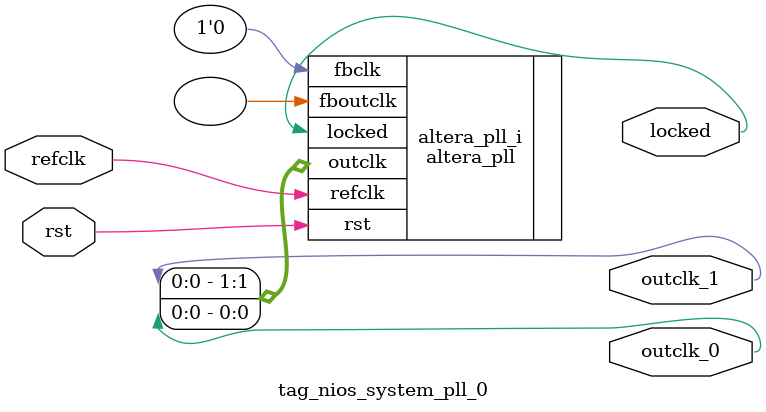
<source format=v>
`timescale 1ns/10ps
module  tag_nios_system_pll_0(

	// interface 'refclk'
	input wire refclk,

	// interface 'reset'
	input wire rst,

	// interface 'outclk0'
	output wire outclk_0,

	// interface 'outclk1'
	output wire outclk_1,

	// interface 'locked'
	output wire locked
);

	altera_pll #(
		.fractional_vco_multiplier("false"),
		.reference_clock_frequency("50.0 MHz"),
		.operation_mode("direct"),
		.number_of_clocks(2),
		.output_clock_frequency0("50.000000 MHz"),
		.phase_shift0("0 ps"),
		.duty_cycle0(50),
		.output_clock_frequency1("50.000000 MHz"),
		.phase_shift1("-3000 ps"),
		.duty_cycle1(50),
		.output_clock_frequency2("0 MHz"),
		.phase_shift2("0 ps"),
		.duty_cycle2(50),
		.output_clock_frequency3("0 MHz"),
		.phase_shift3("0 ps"),
		.duty_cycle3(50),
		.output_clock_frequency4("0 MHz"),
		.phase_shift4("0 ps"),
		.duty_cycle4(50),
		.output_clock_frequency5("0 MHz"),
		.phase_shift5("0 ps"),
		.duty_cycle5(50),
		.output_clock_frequency6("0 MHz"),
		.phase_shift6("0 ps"),
		.duty_cycle6(50),
		.output_clock_frequency7("0 MHz"),
		.phase_shift7("0 ps"),
		.duty_cycle7(50),
		.output_clock_frequency8("0 MHz"),
		.phase_shift8("0 ps"),
		.duty_cycle8(50),
		.output_clock_frequency9("0 MHz"),
		.phase_shift9("0 ps"),
		.duty_cycle9(50),
		.output_clock_frequency10("0 MHz"),
		.phase_shift10("0 ps"),
		.duty_cycle10(50),
		.output_clock_frequency11("0 MHz"),
		.phase_shift11("0 ps"),
		.duty_cycle11(50),
		.output_clock_frequency12("0 MHz"),
		.phase_shift12("0 ps"),
		.duty_cycle12(50),
		.output_clock_frequency13("0 MHz"),
		.phase_shift13("0 ps"),
		.duty_cycle13(50),
		.output_clock_frequency14("0 MHz"),
		.phase_shift14("0 ps"),
		.duty_cycle14(50),
		.output_clock_frequency15("0 MHz"),
		.phase_shift15("0 ps"),
		.duty_cycle15(50),
		.output_clock_frequency16("0 MHz"),
		.phase_shift16("0 ps"),
		.duty_cycle16(50),
		.output_clock_frequency17("0 MHz"),
		.phase_shift17("0 ps"),
		.duty_cycle17(50),
		.pll_type("General"),
		.pll_subtype("General")
	) altera_pll_i (
		.rst	(rst),
		.outclk	({outclk_1, outclk_0}),
		.locked	(locked),
		.fboutclk	( ),
		.fbclk	(1'b0),
		.refclk	(refclk)
	);
endmodule


</source>
